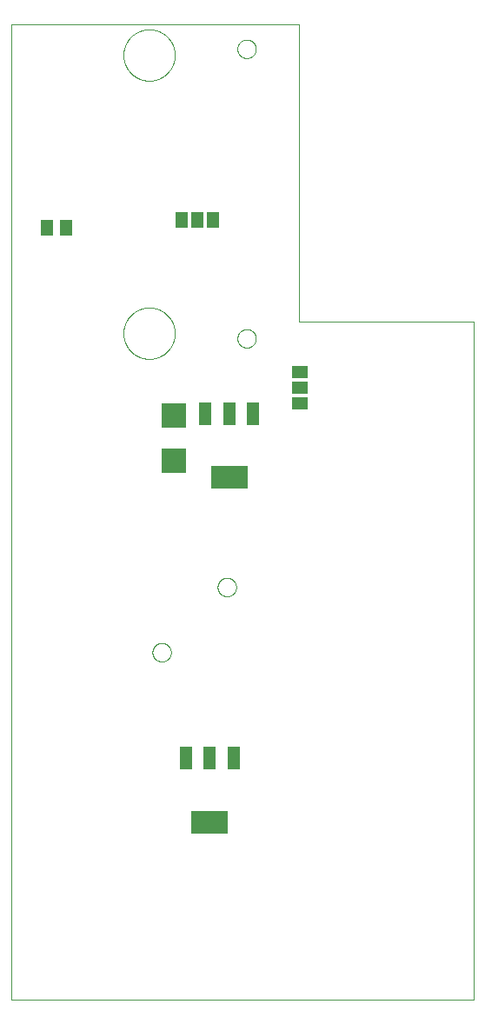
<source format=gtp>
G75*
%MOIN*%
%OFA0B0*%
%FSLAX25Y25*%
%IPPOS*%
%LPD*%
%AMOC8*
5,1,8,0,0,1.08239X$1,22.5*
%
%ADD10C,0.00000*%
%ADD11R,0.04799X0.08799*%
%ADD12R,0.14173X0.08661*%
%ADD13R,0.09449X0.09449*%
%ADD14R,0.06300X0.04600*%
%ADD15R,0.04600X0.06300*%
%ADD16R,0.05118X0.06299*%
D10*
X0001406Y0008882D02*
X0001406Y0382898D01*
X0111643Y0382898D01*
X0111643Y0268725D01*
X0178572Y0268725D01*
X0178572Y0008882D01*
X0001406Y0008882D01*
X0055435Y0142051D02*
X0055437Y0142170D01*
X0055443Y0142288D01*
X0055453Y0142406D01*
X0055467Y0142524D01*
X0055484Y0142641D01*
X0055506Y0142758D01*
X0055532Y0142874D01*
X0055561Y0142989D01*
X0055594Y0143103D01*
X0055631Y0143215D01*
X0055672Y0143327D01*
X0055717Y0143437D01*
X0055765Y0143545D01*
X0055817Y0143652D01*
X0055872Y0143757D01*
X0055931Y0143860D01*
X0055993Y0143961D01*
X0056058Y0144060D01*
X0056127Y0144157D01*
X0056199Y0144251D01*
X0056274Y0144343D01*
X0056352Y0144432D01*
X0056433Y0144519D01*
X0056517Y0144603D01*
X0056604Y0144684D01*
X0056693Y0144762D01*
X0056785Y0144837D01*
X0056879Y0144909D01*
X0056976Y0144978D01*
X0057075Y0145043D01*
X0057176Y0145105D01*
X0057279Y0145164D01*
X0057384Y0145219D01*
X0057491Y0145271D01*
X0057599Y0145319D01*
X0057709Y0145364D01*
X0057821Y0145405D01*
X0057933Y0145442D01*
X0058047Y0145475D01*
X0058162Y0145504D01*
X0058278Y0145530D01*
X0058395Y0145552D01*
X0058512Y0145569D01*
X0058630Y0145583D01*
X0058748Y0145593D01*
X0058866Y0145599D01*
X0058985Y0145601D01*
X0059104Y0145599D01*
X0059222Y0145593D01*
X0059340Y0145583D01*
X0059458Y0145569D01*
X0059575Y0145552D01*
X0059692Y0145530D01*
X0059808Y0145504D01*
X0059923Y0145475D01*
X0060037Y0145442D01*
X0060149Y0145405D01*
X0060261Y0145364D01*
X0060371Y0145319D01*
X0060479Y0145271D01*
X0060586Y0145219D01*
X0060691Y0145164D01*
X0060794Y0145105D01*
X0060895Y0145043D01*
X0060994Y0144978D01*
X0061091Y0144909D01*
X0061185Y0144837D01*
X0061277Y0144762D01*
X0061366Y0144684D01*
X0061453Y0144603D01*
X0061537Y0144519D01*
X0061618Y0144432D01*
X0061696Y0144343D01*
X0061771Y0144251D01*
X0061843Y0144157D01*
X0061912Y0144060D01*
X0061977Y0143961D01*
X0062039Y0143860D01*
X0062098Y0143757D01*
X0062153Y0143652D01*
X0062205Y0143545D01*
X0062253Y0143437D01*
X0062298Y0143327D01*
X0062339Y0143215D01*
X0062376Y0143103D01*
X0062409Y0142989D01*
X0062438Y0142874D01*
X0062464Y0142758D01*
X0062486Y0142641D01*
X0062503Y0142524D01*
X0062517Y0142406D01*
X0062527Y0142288D01*
X0062533Y0142170D01*
X0062535Y0142051D01*
X0062533Y0141932D01*
X0062527Y0141814D01*
X0062517Y0141696D01*
X0062503Y0141578D01*
X0062486Y0141461D01*
X0062464Y0141344D01*
X0062438Y0141228D01*
X0062409Y0141113D01*
X0062376Y0140999D01*
X0062339Y0140887D01*
X0062298Y0140775D01*
X0062253Y0140665D01*
X0062205Y0140557D01*
X0062153Y0140450D01*
X0062098Y0140345D01*
X0062039Y0140242D01*
X0061977Y0140141D01*
X0061912Y0140042D01*
X0061843Y0139945D01*
X0061771Y0139851D01*
X0061696Y0139759D01*
X0061618Y0139670D01*
X0061537Y0139583D01*
X0061453Y0139499D01*
X0061366Y0139418D01*
X0061277Y0139340D01*
X0061185Y0139265D01*
X0061091Y0139193D01*
X0060994Y0139124D01*
X0060895Y0139059D01*
X0060794Y0138997D01*
X0060691Y0138938D01*
X0060586Y0138883D01*
X0060479Y0138831D01*
X0060371Y0138783D01*
X0060261Y0138738D01*
X0060149Y0138697D01*
X0060037Y0138660D01*
X0059923Y0138627D01*
X0059808Y0138598D01*
X0059692Y0138572D01*
X0059575Y0138550D01*
X0059458Y0138533D01*
X0059340Y0138519D01*
X0059222Y0138509D01*
X0059104Y0138503D01*
X0058985Y0138501D01*
X0058866Y0138503D01*
X0058748Y0138509D01*
X0058630Y0138519D01*
X0058512Y0138533D01*
X0058395Y0138550D01*
X0058278Y0138572D01*
X0058162Y0138598D01*
X0058047Y0138627D01*
X0057933Y0138660D01*
X0057821Y0138697D01*
X0057709Y0138738D01*
X0057599Y0138783D01*
X0057491Y0138831D01*
X0057384Y0138883D01*
X0057279Y0138938D01*
X0057176Y0138997D01*
X0057075Y0139059D01*
X0056976Y0139124D01*
X0056879Y0139193D01*
X0056785Y0139265D01*
X0056693Y0139340D01*
X0056604Y0139418D01*
X0056517Y0139499D01*
X0056433Y0139583D01*
X0056352Y0139670D01*
X0056274Y0139759D01*
X0056199Y0139851D01*
X0056127Y0139945D01*
X0056058Y0140042D01*
X0055993Y0140141D01*
X0055931Y0140242D01*
X0055872Y0140345D01*
X0055817Y0140450D01*
X0055765Y0140557D01*
X0055717Y0140665D01*
X0055672Y0140775D01*
X0055631Y0140887D01*
X0055594Y0140999D01*
X0055561Y0141113D01*
X0055532Y0141228D01*
X0055506Y0141344D01*
X0055484Y0141461D01*
X0055467Y0141578D01*
X0055453Y0141696D01*
X0055443Y0141814D01*
X0055437Y0141932D01*
X0055435Y0142051D01*
X0080435Y0167051D02*
X0080437Y0167170D01*
X0080443Y0167288D01*
X0080453Y0167406D01*
X0080467Y0167524D01*
X0080484Y0167641D01*
X0080506Y0167758D01*
X0080532Y0167874D01*
X0080561Y0167989D01*
X0080594Y0168103D01*
X0080631Y0168215D01*
X0080672Y0168327D01*
X0080717Y0168437D01*
X0080765Y0168545D01*
X0080817Y0168652D01*
X0080872Y0168757D01*
X0080931Y0168860D01*
X0080993Y0168961D01*
X0081058Y0169060D01*
X0081127Y0169157D01*
X0081199Y0169251D01*
X0081274Y0169343D01*
X0081352Y0169432D01*
X0081433Y0169519D01*
X0081517Y0169603D01*
X0081604Y0169684D01*
X0081693Y0169762D01*
X0081785Y0169837D01*
X0081879Y0169909D01*
X0081976Y0169978D01*
X0082075Y0170043D01*
X0082176Y0170105D01*
X0082279Y0170164D01*
X0082384Y0170219D01*
X0082491Y0170271D01*
X0082599Y0170319D01*
X0082709Y0170364D01*
X0082821Y0170405D01*
X0082933Y0170442D01*
X0083047Y0170475D01*
X0083162Y0170504D01*
X0083278Y0170530D01*
X0083395Y0170552D01*
X0083512Y0170569D01*
X0083630Y0170583D01*
X0083748Y0170593D01*
X0083866Y0170599D01*
X0083985Y0170601D01*
X0084104Y0170599D01*
X0084222Y0170593D01*
X0084340Y0170583D01*
X0084458Y0170569D01*
X0084575Y0170552D01*
X0084692Y0170530D01*
X0084808Y0170504D01*
X0084923Y0170475D01*
X0085037Y0170442D01*
X0085149Y0170405D01*
X0085261Y0170364D01*
X0085371Y0170319D01*
X0085479Y0170271D01*
X0085586Y0170219D01*
X0085691Y0170164D01*
X0085794Y0170105D01*
X0085895Y0170043D01*
X0085994Y0169978D01*
X0086091Y0169909D01*
X0086185Y0169837D01*
X0086277Y0169762D01*
X0086366Y0169684D01*
X0086453Y0169603D01*
X0086537Y0169519D01*
X0086618Y0169432D01*
X0086696Y0169343D01*
X0086771Y0169251D01*
X0086843Y0169157D01*
X0086912Y0169060D01*
X0086977Y0168961D01*
X0087039Y0168860D01*
X0087098Y0168757D01*
X0087153Y0168652D01*
X0087205Y0168545D01*
X0087253Y0168437D01*
X0087298Y0168327D01*
X0087339Y0168215D01*
X0087376Y0168103D01*
X0087409Y0167989D01*
X0087438Y0167874D01*
X0087464Y0167758D01*
X0087486Y0167641D01*
X0087503Y0167524D01*
X0087517Y0167406D01*
X0087527Y0167288D01*
X0087533Y0167170D01*
X0087535Y0167051D01*
X0087533Y0166932D01*
X0087527Y0166814D01*
X0087517Y0166696D01*
X0087503Y0166578D01*
X0087486Y0166461D01*
X0087464Y0166344D01*
X0087438Y0166228D01*
X0087409Y0166113D01*
X0087376Y0165999D01*
X0087339Y0165887D01*
X0087298Y0165775D01*
X0087253Y0165665D01*
X0087205Y0165557D01*
X0087153Y0165450D01*
X0087098Y0165345D01*
X0087039Y0165242D01*
X0086977Y0165141D01*
X0086912Y0165042D01*
X0086843Y0164945D01*
X0086771Y0164851D01*
X0086696Y0164759D01*
X0086618Y0164670D01*
X0086537Y0164583D01*
X0086453Y0164499D01*
X0086366Y0164418D01*
X0086277Y0164340D01*
X0086185Y0164265D01*
X0086091Y0164193D01*
X0085994Y0164124D01*
X0085895Y0164059D01*
X0085794Y0163997D01*
X0085691Y0163938D01*
X0085586Y0163883D01*
X0085479Y0163831D01*
X0085371Y0163783D01*
X0085261Y0163738D01*
X0085149Y0163697D01*
X0085037Y0163660D01*
X0084923Y0163627D01*
X0084808Y0163598D01*
X0084692Y0163572D01*
X0084575Y0163550D01*
X0084458Y0163533D01*
X0084340Y0163519D01*
X0084222Y0163509D01*
X0084104Y0163503D01*
X0083985Y0163501D01*
X0083866Y0163503D01*
X0083748Y0163509D01*
X0083630Y0163519D01*
X0083512Y0163533D01*
X0083395Y0163550D01*
X0083278Y0163572D01*
X0083162Y0163598D01*
X0083047Y0163627D01*
X0082933Y0163660D01*
X0082821Y0163697D01*
X0082709Y0163738D01*
X0082599Y0163783D01*
X0082491Y0163831D01*
X0082384Y0163883D01*
X0082279Y0163938D01*
X0082176Y0163997D01*
X0082075Y0164059D01*
X0081976Y0164124D01*
X0081879Y0164193D01*
X0081785Y0164265D01*
X0081693Y0164340D01*
X0081604Y0164418D01*
X0081517Y0164499D01*
X0081433Y0164583D01*
X0081352Y0164670D01*
X0081274Y0164759D01*
X0081199Y0164851D01*
X0081127Y0164945D01*
X0081058Y0165042D01*
X0080993Y0165141D01*
X0080931Y0165242D01*
X0080872Y0165345D01*
X0080817Y0165450D01*
X0080765Y0165557D01*
X0080717Y0165665D01*
X0080672Y0165775D01*
X0080631Y0165887D01*
X0080594Y0165999D01*
X0080561Y0166113D01*
X0080532Y0166228D01*
X0080506Y0166344D01*
X0080484Y0166461D01*
X0080467Y0166578D01*
X0080453Y0166696D01*
X0080443Y0166814D01*
X0080437Y0166932D01*
X0080435Y0167051D01*
X0088021Y0262425D02*
X0088023Y0262543D01*
X0088029Y0262662D01*
X0088039Y0262780D01*
X0088053Y0262897D01*
X0088070Y0263014D01*
X0088092Y0263131D01*
X0088118Y0263246D01*
X0088147Y0263361D01*
X0088180Y0263475D01*
X0088217Y0263587D01*
X0088258Y0263698D01*
X0088302Y0263808D01*
X0088350Y0263916D01*
X0088402Y0264023D01*
X0088457Y0264128D01*
X0088516Y0264231D01*
X0088578Y0264331D01*
X0088643Y0264430D01*
X0088712Y0264527D01*
X0088783Y0264621D01*
X0088858Y0264712D01*
X0088936Y0264802D01*
X0089017Y0264888D01*
X0089101Y0264972D01*
X0089187Y0265053D01*
X0089277Y0265131D01*
X0089368Y0265206D01*
X0089462Y0265277D01*
X0089559Y0265346D01*
X0089658Y0265411D01*
X0089758Y0265473D01*
X0089861Y0265532D01*
X0089966Y0265587D01*
X0090073Y0265639D01*
X0090181Y0265687D01*
X0090291Y0265731D01*
X0090402Y0265772D01*
X0090514Y0265809D01*
X0090628Y0265842D01*
X0090743Y0265871D01*
X0090858Y0265897D01*
X0090975Y0265919D01*
X0091092Y0265936D01*
X0091209Y0265950D01*
X0091327Y0265960D01*
X0091446Y0265966D01*
X0091564Y0265968D01*
X0091682Y0265966D01*
X0091801Y0265960D01*
X0091919Y0265950D01*
X0092036Y0265936D01*
X0092153Y0265919D01*
X0092270Y0265897D01*
X0092385Y0265871D01*
X0092500Y0265842D01*
X0092614Y0265809D01*
X0092726Y0265772D01*
X0092837Y0265731D01*
X0092947Y0265687D01*
X0093055Y0265639D01*
X0093162Y0265587D01*
X0093267Y0265532D01*
X0093370Y0265473D01*
X0093470Y0265411D01*
X0093569Y0265346D01*
X0093666Y0265277D01*
X0093760Y0265206D01*
X0093851Y0265131D01*
X0093941Y0265053D01*
X0094027Y0264972D01*
X0094111Y0264888D01*
X0094192Y0264802D01*
X0094270Y0264712D01*
X0094345Y0264621D01*
X0094416Y0264527D01*
X0094485Y0264430D01*
X0094550Y0264331D01*
X0094612Y0264231D01*
X0094671Y0264128D01*
X0094726Y0264023D01*
X0094778Y0263916D01*
X0094826Y0263808D01*
X0094870Y0263698D01*
X0094911Y0263587D01*
X0094948Y0263475D01*
X0094981Y0263361D01*
X0095010Y0263246D01*
X0095036Y0263131D01*
X0095058Y0263014D01*
X0095075Y0262897D01*
X0095089Y0262780D01*
X0095099Y0262662D01*
X0095105Y0262543D01*
X0095107Y0262425D01*
X0095105Y0262307D01*
X0095099Y0262188D01*
X0095089Y0262070D01*
X0095075Y0261953D01*
X0095058Y0261836D01*
X0095036Y0261719D01*
X0095010Y0261604D01*
X0094981Y0261489D01*
X0094948Y0261375D01*
X0094911Y0261263D01*
X0094870Y0261152D01*
X0094826Y0261042D01*
X0094778Y0260934D01*
X0094726Y0260827D01*
X0094671Y0260722D01*
X0094612Y0260619D01*
X0094550Y0260519D01*
X0094485Y0260420D01*
X0094416Y0260323D01*
X0094345Y0260229D01*
X0094270Y0260138D01*
X0094192Y0260048D01*
X0094111Y0259962D01*
X0094027Y0259878D01*
X0093941Y0259797D01*
X0093851Y0259719D01*
X0093760Y0259644D01*
X0093666Y0259573D01*
X0093569Y0259504D01*
X0093470Y0259439D01*
X0093370Y0259377D01*
X0093267Y0259318D01*
X0093162Y0259263D01*
X0093055Y0259211D01*
X0092947Y0259163D01*
X0092837Y0259119D01*
X0092726Y0259078D01*
X0092614Y0259041D01*
X0092500Y0259008D01*
X0092385Y0258979D01*
X0092270Y0258953D01*
X0092153Y0258931D01*
X0092036Y0258914D01*
X0091919Y0258900D01*
X0091801Y0258890D01*
X0091682Y0258884D01*
X0091564Y0258882D01*
X0091446Y0258884D01*
X0091327Y0258890D01*
X0091209Y0258900D01*
X0091092Y0258914D01*
X0090975Y0258931D01*
X0090858Y0258953D01*
X0090743Y0258979D01*
X0090628Y0259008D01*
X0090514Y0259041D01*
X0090402Y0259078D01*
X0090291Y0259119D01*
X0090181Y0259163D01*
X0090073Y0259211D01*
X0089966Y0259263D01*
X0089861Y0259318D01*
X0089758Y0259377D01*
X0089658Y0259439D01*
X0089559Y0259504D01*
X0089462Y0259573D01*
X0089368Y0259644D01*
X0089277Y0259719D01*
X0089187Y0259797D01*
X0089101Y0259878D01*
X0089017Y0259962D01*
X0088936Y0260048D01*
X0088858Y0260138D01*
X0088783Y0260229D01*
X0088712Y0260323D01*
X0088643Y0260420D01*
X0088578Y0260519D01*
X0088516Y0260619D01*
X0088457Y0260722D01*
X0088402Y0260827D01*
X0088350Y0260934D01*
X0088302Y0261042D01*
X0088258Y0261152D01*
X0088217Y0261263D01*
X0088180Y0261375D01*
X0088147Y0261489D01*
X0088118Y0261604D01*
X0088092Y0261719D01*
X0088070Y0261836D01*
X0088053Y0261953D01*
X0088039Y0262070D01*
X0088029Y0262188D01*
X0088023Y0262307D01*
X0088021Y0262425D01*
X0044319Y0264394D02*
X0044322Y0264636D01*
X0044331Y0264877D01*
X0044346Y0265118D01*
X0044366Y0265359D01*
X0044393Y0265599D01*
X0044426Y0265838D01*
X0044464Y0266077D01*
X0044508Y0266314D01*
X0044558Y0266551D01*
X0044614Y0266786D01*
X0044676Y0267019D01*
X0044743Y0267251D01*
X0044816Y0267482D01*
X0044894Y0267710D01*
X0044979Y0267936D01*
X0045068Y0268161D01*
X0045163Y0268383D01*
X0045264Y0268602D01*
X0045370Y0268820D01*
X0045481Y0269034D01*
X0045598Y0269246D01*
X0045719Y0269454D01*
X0045846Y0269660D01*
X0045978Y0269862D01*
X0046115Y0270062D01*
X0046256Y0270257D01*
X0046402Y0270450D01*
X0046553Y0270638D01*
X0046709Y0270823D01*
X0046869Y0271004D01*
X0047033Y0271181D01*
X0047202Y0271354D01*
X0047375Y0271523D01*
X0047552Y0271687D01*
X0047733Y0271847D01*
X0047918Y0272003D01*
X0048106Y0272154D01*
X0048299Y0272300D01*
X0048494Y0272441D01*
X0048694Y0272578D01*
X0048896Y0272710D01*
X0049102Y0272837D01*
X0049310Y0272958D01*
X0049522Y0273075D01*
X0049736Y0273186D01*
X0049954Y0273292D01*
X0050173Y0273393D01*
X0050395Y0273488D01*
X0050620Y0273577D01*
X0050846Y0273662D01*
X0051074Y0273740D01*
X0051305Y0273813D01*
X0051537Y0273880D01*
X0051770Y0273942D01*
X0052005Y0273998D01*
X0052242Y0274048D01*
X0052479Y0274092D01*
X0052718Y0274130D01*
X0052957Y0274163D01*
X0053197Y0274190D01*
X0053438Y0274210D01*
X0053679Y0274225D01*
X0053920Y0274234D01*
X0054162Y0274237D01*
X0054404Y0274234D01*
X0054645Y0274225D01*
X0054886Y0274210D01*
X0055127Y0274190D01*
X0055367Y0274163D01*
X0055606Y0274130D01*
X0055845Y0274092D01*
X0056082Y0274048D01*
X0056319Y0273998D01*
X0056554Y0273942D01*
X0056787Y0273880D01*
X0057019Y0273813D01*
X0057250Y0273740D01*
X0057478Y0273662D01*
X0057704Y0273577D01*
X0057929Y0273488D01*
X0058151Y0273393D01*
X0058370Y0273292D01*
X0058588Y0273186D01*
X0058802Y0273075D01*
X0059014Y0272958D01*
X0059222Y0272837D01*
X0059428Y0272710D01*
X0059630Y0272578D01*
X0059830Y0272441D01*
X0060025Y0272300D01*
X0060218Y0272154D01*
X0060406Y0272003D01*
X0060591Y0271847D01*
X0060772Y0271687D01*
X0060949Y0271523D01*
X0061122Y0271354D01*
X0061291Y0271181D01*
X0061455Y0271004D01*
X0061615Y0270823D01*
X0061771Y0270638D01*
X0061922Y0270450D01*
X0062068Y0270257D01*
X0062209Y0270062D01*
X0062346Y0269862D01*
X0062478Y0269660D01*
X0062605Y0269454D01*
X0062726Y0269246D01*
X0062843Y0269034D01*
X0062954Y0268820D01*
X0063060Y0268602D01*
X0063161Y0268383D01*
X0063256Y0268161D01*
X0063345Y0267936D01*
X0063430Y0267710D01*
X0063508Y0267482D01*
X0063581Y0267251D01*
X0063648Y0267019D01*
X0063710Y0266786D01*
X0063766Y0266551D01*
X0063816Y0266314D01*
X0063860Y0266077D01*
X0063898Y0265838D01*
X0063931Y0265599D01*
X0063958Y0265359D01*
X0063978Y0265118D01*
X0063993Y0264877D01*
X0064002Y0264636D01*
X0064005Y0264394D01*
X0064002Y0264152D01*
X0063993Y0263911D01*
X0063978Y0263670D01*
X0063958Y0263429D01*
X0063931Y0263189D01*
X0063898Y0262950D01*
X0063860Y0262711D01*
X0063816Y0262474D01*
X0063766Y0262237D01*
X0063710Y0262002D01*
X0063648Y0261769D01*
X0063581Y0261537D01*
X0063508Y0261306D01*
X0063430Y0261078D01*
X0063345Y0260852D01*
X0063256Y0260627D01*
X0063161Y0260405D01*
X0063060Y0260186D01*
X0062954Y0259968D01*
X0062843Y0259754D01*
X0062726Y0259542D01*
X0062605Y0259334D01*
X0062478Y0259128D01*
X0062346Y0258926D01*
X0062209Y0258726D01*
X0062068Y0258531D01*
X0061922Y0258338D01*
X0061771Y0258150D01*
X0061615Y0257965D01*
X0061455Y0257784D01*
X0061291Y0257607D01*
X0061122Y0257434D01*
X0060949Y0257265D01*
X0060772Y0257101D01*
X0060591Y0256941D01*
X0060406Y0256785D01*
X0060218Y0256634D01*
X0060025Y0256488D01*
X0059830Y0256347D01*
X0059630Y0256210D01*
X0059428Y0256078D01*
X0059222Y0255951D01*
X0059014Y0255830D01*
X0058802Y0255713D01*
X0058588Y0255602D01*
X0058370Y0255496D01*
X0058151Y0255395D01*
X0057929Y0255300D01*
X0057704Y0255211D01*
X0057478Y0255126D01*
X0057250Y0255048D01*
X0057019Y0254975D01*
X0056787Y0254908D01*
X0056554Y0254846D01*
X0056319Y0254790D01*
X0056082Y0254740D01*
X0055845Y0254696D01*
X0055606Y0254658D01*
X0055367Y0254625D01*
X0055127Y0254598D01*
X0054886Y0254578D01*
X0054645Y0254563D01*
X0054404Y0254554D01*
X0054162Y0254551D01*
X0053920Y0254554D01*
X0053679Y0254563D01*
X0053438Y0254578D01*
X0053197Y0254598D01*
X0052957Y0254625D01*
X0052718Y0254658D01*
X0052479Y0254696D01*
X0052242Y0254740D01*
X0052005Y0254790D01*
X0051770Y0254846D01*
X0051537Y0254908D01*
X0051305Y0254975D01*
X0051074Y0255048D01*
X0050846Y0255126D01*
X0050620Y0255211D01*
X0050395Y0255300D01*
X0050173Y0255395D01*
X0049954Y0255496D01*
X0049736Y0255602D01*
X0049522Y0255713D01*
X0049310Y0255830D01*
X0049102Y0255951D01*
X0048896Y0256078D01*
X0048694Y0256210D01*
X0048494Y0256347D01*
X0048299Y0256488D01*
X0048106Y0256634D01*
X0047918Y0256785D01*
X0047733Y0256941D01*
X0047552Y0257101D01*
X0047375Y0257265D01*
X0047202Y0257434D01*
X0047033Y0257607D01*
X0046869Y0257784D01*
X0046709Y0257965D01*
X0046553Y0258150D01*
X0046402Y0258338D01*
X0046256Y0258531D01*
X0046115Y0258726D01*
X0045978Y0258926D01*
X0045846Y0259128D01*
X0045719Y0259334D01*
X0045598Y0259542D01*
X0045481Y0259754D01*
X0045370Y0259968D01*
X0045264Y0260186D01*
X0045163Y0260405D01*
X0045068Y0260627D01*
X0044979Y0260852D01*
X0044894Y0261078D01*
X0044816Y0261306D01*
X0044743Y0261537D01*
X0044676Y0261769D01*
X0044614Y0262002D01*
X0044558Y0262237D01*
X0044508Y0262474D01*
X0044464Y0262711D01*
X0044426Y0262950D01*
X0044393Y0263189D01*
X0044366Y0263429D01*
X0044346Y0263670D01*
X0044331Y0263911D01*
X0044322Y0264152D01*
X0044319Y0264394D01*
X0044319Y0371087D02*
X0044322Y0371329D01*
X0044331Y0371570D01*
X0044346Y0371811D01*
X0044366Y0372052D01*
X0044393Y0372292D01*
X0044426Y0372531D01*
X0044464Y0372770D01*
X0044508Y0373007D01*
X0044558Y0373244D01*
X0044614Y0373479D01*
X0044676Y0373712D01*
X0044743Y0373944D01*
X0044816Y0374175D01*
X0044894Y0374403D01*
X0044979Y0374629D01*
X0045068Y0374854D01*
X0045163Y0375076D01*
X0045264Y0375295D01*
X0045370Y0375513D01*
X0045481Y0375727D01*
X0045598Y0375939D01*
X0045719Y0376147D01*
X0045846Y0376353D01*
X0045978Y0376555D01*
X0046115Y0376755D01*
X0046256Y0376950D01*
X0046402Y0377143D01*
X0046553Y0377331D01*
X0046709Y0377516D01*
X0046869Y0377697D01*
X0047033Y0377874D01*
X0047202Y0378047D01*
X0047375Y0378216D01*
X0047552Y0378380D01*
X0047733Y0378540D01*
X0047918Y0378696D01*
X0048106Y0378847D01*
X0048299Y0378993D01*
X0048494Y0379134D01*
X0048694Y0379271D01*
X0048896Y0379403D01*
X0049102Y0379530D01*
X0049310Y0379651D01*
X0049522Y0379768D01*
X0049736Y0379879D01*
X0049954Y0379985D01*
X0050173Y0380086D01*
X0050395Y0380181D01*
X0050620Y0380270D01*
X0050846Y0380355D01*
X0051074Y0380433D01*
X0051305Y0380506D01*
X0051537Y0380573D01*
X0051770Y0380635D01*
X0052005Y0380691D01*
X0052242Y0380741D01*
X0052479Y0380785D01*
X0052718Y0380823D01*
X0052957Y0380856D01*
X0053197Y0380883D01*
X0053438Y0380903D01*
X0053679Y0380918D01*
X0053920Y0380927D01*
X0054162Y0380930D01*
X0054404Y0380927D01*
X0054645Y0380918D01*
X0054886Y0380903D01*
X0055127Y0380883D01*
X0055367Y0380856D01*
X0055606Y0380823D01*
X0055845Y0380785D01*
X0056082Y0380741D01*
X0056319Y0380691D01*
X0056554Y0380635D01*
X0056787Y0380573D01*
X0057019Y0380506D01*
X0057250Y0380433D01*
X0057478Y0380355D01*
X0057704Y0380270D01*
X0057929Y0380181D01*
X0058151Y0380086D01*
X0058370Y0379985D01*
X0058588Y0379879D01*
X0058802Y0379768D01*
X0059014Y0379651D01*
X0059222Y0379530D01*
X0059428Y0379403D01*
X0059630Y0379271D01*
X0059830Y0379134D01*
X0060025Y0378993D01*
X0060218Y0378847D01*
X0060406Y0378696D01*
X0060591Y0378540D01*
X0060772Y0378380D01*
X0060949Y0378216D01*
X0061122Y0378047D01*
X0061291Y0377874D01*
X0061455Y0377697D01*
X0061615Y0377516D01*
X0061771Y0377331D01*
X0061922Y0377143D01*
X0062068Y0376950D01*
X0062209Y0376755D01*
X0062346Y0376555D01*
X0062478Y0376353D01*
X0062605Y0376147D01*
X0062726Y0375939D01*
X0062843Y0375727D01*
X0062954Y0375513D01*
X0063060Y0375295D01*
X0063161Y0375076D01*
X0063256Y0374854D01*
X0063345Y0374629D01*
X0063430Y0374403D01*
X0063508Y0374175D01*
X0063581Y0373944D01*
X0063648Y0373712D01*
X0063710Y0373479D01*
X0063766Y0373244D01*
X0063816Y0373007D01*
X0063860Y0372770D01*
X0063898Y0372531D01*
X0063931Y0372292D01*
X0063958Y0372052D01*
X0063978Y0371811D01*
X0063993Y0371570D01*
X0064002Y0371329D01*
X0064005Y0371087D01*
X0064002Y0370845D01*
X0063993Y0370604D01*
X0063978Y0370363D01*
X0063958Y0370122D01*
X0063931Y0369882D01*
X0063898Y0369643D01*
X0063860Y0369404D01*
X0063816Y0369167D01*
X0063766Y0368930D01*
X0063710Y0368695D01*
X0063648Y0368462D01*
X0063581Y0368230D01*
X0063508Y0367999D01*
X0063430Y0367771D01*
X0063345Y0367545D01*
X0063256Y0367320D01*
X0063161Y0367098D01*
X0063060Y0366879D01*
X0062954Y0366661D01*
X0062843Y0366447D01*
X0062726Y0366235D01*
X0062605Y0366027D01*
X0062478Y0365821D01*
X0062346Y0365619D01*
X0062209Y0365419D01*
X0062068Y0365224D01*
X0061922Y0365031D01*
X0061771Y0364843D01*
X0061615Y0364658D01*
X0061455Y0364477D01*
X0061291Y0364300D01*
X0061122Y0364127D01*
X0060949Y0363958D01*
X0060772Y0363794D01*
X0060591Y0363634D01*
X0060406Y0363478D01*
X0060218Y0363327D01*
X0060025Y0363181D01*
X0059830Y0363040D01*
X0059630Y0362903D01*
X0059428Y0362771D01*
X0059222Y0362644D01*
X0059014Y0362523D01*
X0058802Y0362406D01*
X0058588Y0362295D01*
X0058370Y0362189D01*
X0058151Y0362088D01*
X0057929Y0361993D01*
X0057704Y0361904D01*
X0057478Y0361819D01*
X0057250Y0361741D01*
X0057019Y0361668D01*
X0056787Y0361601D01*
X0056554Y0361539D01*
X0056319Y0361483D01*
X0056082Y0361433D01*
X0055845Y0361389D01*
X0055606Y0361351D01*
X0055367Y0361318D01*
X0055127Y0361291D01*
X0054886Y0361271D01*
X0054645Y0361256D01*
X0054404Y0361247D01*
X0054162Y0361244D01*
X0053920Y0361247D01*
X0053679Y0361256D01*
X0053438Y0361271D01*
X0053197Y0361291D01*
X0052957Y0361318D01*
X0052718Y0361351D01*
X0052479Y0361389D01*
X0052242Y0361433D01*
X0052005Y0361483D01*
X0051770Y0361539D01*
X0051537Y0361601D01*
X0051305Y0361668D01*
X0051074Y0361741D01*
X0050846Y0361819D01*
X0050620Y0361904D01*
X0050395Y0361993D01*
X0050173Y0362088D01*
X0049954Y0362189D01*
X0049736Y0362295D01*
X0049522Y0362406D01*
X0049310Y0362523D01*
X0049102Y0362644D01*
X0048896Y0362771D01*
X0048694Y0362903D01*
X0048494Y0363040D01*
X0048299Y0363181D01*
X0048106Y0363327D01*
X0047918Y0363478D01*
X0047733Y0363634D01*
X0047552Y0363794D01*
X0047375Y0363958D01*
X0047202Y0364127D01*
X0047033Y0364300D01*
X0046869Y0364477D01*
X0046709Y0364658D01*
X0046553Y0364843D01*
X0046402Y0365031D01*
X0046256Y0365224D01*
X0046115Y0365419D01*
X0045978Y0365619D01*
X0045846Y0365821D01*
X0045719Y0366027D01*
X0045598Y0366235D01*
X0045481Y0366447D01*
X0045370Y0366661D01*
X0045264Y0366879D01*
X0045163Y0367098D01*
X0045068Y0367320D01*
X0044979Y0367545D01*
X0044894Y0367771D01*
X0044816Y0367999D01*
X0044743Y0368230D01*
X0044676Y0368462D01*
X0044614Y0368695D01*
X0044558Y0368930D01*
X0044508Y0369167D01*
X0044464Y0369404D01*
X0044426Y0369643D01*
X0044393Y0369882D01*
X0044366Y0370122D01*
X0044346Y0370363D01*
X0044331Y0370604D01*
X0044322Y0370845D01*
X0044319Y0371087D01*
X0088021Y0373449D02*
X0088023Y0373567D01*
X0088029Y0373686D01*
X0088039Y0373804D01*
X0088053Y0373921D01*
X0088070Y0374038D01*
X0088092Y0374155D01*
X0088118Y0374270D01*
X0088147Y0374385D01*
X0088180Y0374499D01*
X0088217Y0374611D01*
X0088258Y0374722D01*
X0088302Y0374832D01*
X0088350Y0374940D01*
X0088402Y0375047D01*
X0088457Y0375152D01*
X0088516Y0375255D01*
X0088578Y0375355D01*
X0088643Y0375454D01*
X0088712Y0375551D01*
X0088783Y0375645D01*
X0088858Y0375736D01*
X0088936Y0375826D01*
X0089017Y0375912D01*
X0089101Y0375996D01*
X0089187Y0376077D01*
X0089277Y0376155D01*
X0089368Y0376230D01*
X0089462Y0376301D01*
X0089559Y0376370D01*
X0089658Y0376435D01*
X0089758Y0376497D01*
X0089861Y0376556D01*
X0089966Y0376611D01*
X0090073Y0376663D01*
X0090181Y0376711D01*
X0090291Y0376755D01*
X0090402Y0376796D01*
X0090514Y0376833D01*
X0090628Y0376866D01*
X0090743Y0376895D01*
X0090858Y0376921D01*
X0090975Y0376943D01*
X0091092Y0376960D01*
X0091209Y0376974D01*
X0091327Y0376984D01*
X0091446Y0376990D01*
X0091564Y0376992D01*
X0091682Y0376990D01*
X0091801Y0376984D01*
X0091919Y0376974D01*
X0092036Y0376960D01*
X0092153Y0376943D01*
X0092270Y0376921D01*
X0092385Y0376895D01*
X0092500Y0376866D01*
X0092614Y0376833D01*
X0092726Y0376796D01*
X0092837Y0376755D01*
X0092947Y0376711D01*
X0093055Y0376663D01*
X0093162Y0376611D01*
X0093267Y0376556D01*
X0093370Y0376497D01*
X0093470Y0376435D01*
X0093569Y0376370D01*
X0093666Y0376301D01*
X0093760Y0376230D01*
X0093851Y0376155D01*
X0093941Y0376077D01*
X0094027Y0375996D01*
X0094111Y0375912D01*
X0094192Y0375826D01*
X0094270Y0375736D01*
X0094345Y0375645D01*
X0094416Y0375551D01*
X0094485Y0375454D01*
X0094550Y0375355D01*
X0094612Y0375255D01*
X0094671Y0375152D01*
X0094726Y0375047D01*
X0094778Y0374940D01*
X0094826Y0374832D01*
X0094870Y0374722D01*
X0094911Y0374611D01*
X0094948Y0374499D01*
X0094981Y0374385D01*
X0095010Y0374270D01*
X0095036Y0374155D01*
X0095058Y0374038D01*
X0095075Y0373921D01*
X0095089Y0373804D01*
X0095099Y0373686D01*
X0095105Y0373567D01*
X0095107Y0373449D01*
X0095105Y0373331D01*
X0095099Y0373212D01*
X0095089Y0373094D01*
X0095075Y0372977D01*
X0095058Y0372860D01*
X0095036Y0372743D01*
X0095010Y0372628D01*
X0094981Y0372513D01*
X0094948Y0372399D01*
X0094911Y0372287D01*
X0094870Y0372176D01*
X0094826Y0372066D01*
X0094778Y0371958D01*
X0094726Y0371851D01*
X0094671Y0371746D01*
X0094612Y0371643D01*
X0094550Y0371543D01*
X0094485Y0371444D01*
X0094416Y0371347D01*
X0094345Y0371253D01*
X0094270Y0371162D01*
X0094192Y0371072D01*
X0094111Y0370986D01*
X0094027Y0370902D01*
X0093941Y0370821D01*
X0093851Y0370743D01*
X0093760Y0370668D01*
X0093666Y0370597D01*
X0093569Y0370528D01*
X0093470Y0370463D01*
X0093370Y0370401D01*
X0093267Y0370342D01*
X0093162Y0370287D01*
X0093055Y0370235D01*
X0092947Y0370187D01*
X0092837Y0370143D01*
X0092726Y0370102D01*
X0092614Y0370065D01*
X0092500Y0370032D01*
X0092385Y0370003D01*
X0092270Y0369977D01*
X0092153Y0369955D01*
X0092036Y0369938D01*
X0091919Y0369924D01*
X0091801Y0369914D01*
X0091682Y0369908D01*
X0091564Y0369906D01*
X0091446Y0369908D01*
X0091327Y0369914D01*
X0091209Y0369924D01*
X0091092Y0369938D01*
X0090975Y0369955D01*
X0090858Y0369977D01*
X0090743Y0370003D01*
X0090628Y0370032D01*
X0090514Y0370065D01*
X0090402Y0370102D01*
X0090291Y0370143D01*
X0090181Y0370187D01*
X0090073Y0370235D01*
X0089966Y0370287D01*
X0089861Y0370342D01*
X0089758Y0370401D01*
X0089658Y0370463D01*
X0089559Y0370528D01*
X0089462Y0370597D01*
X0089368Y0370668D01*
X0089277Y0370743D01*
X0089187Y0370821D01*
X0089101Y0370902D01*
X0089017Y0370986D01*
X0088936Y0371072D01*
X0088858Y0371162D01*
X0088783Y0371253D01*
X0088712Y0371347D01*
X0088643Y0371444D01*
X0088578Y0371543D01*
X0088516Y0371643D01*
X0088457Y0371746D01*
X0088402Y0371851D01*
X0088350Y0371958D01*
X0088302Y0372066D01*
X0088258Y0372176D01*
X0088217Y0372287D01*
X0088180Y0372399D01*
X0088147Y0372513D01*
X0088118Y0372628D01*
X0088092Y0372743D01*
X0088070Y0372860D01*
X0088053Y0372977D01*
X0088039Y0373094D01*
X0088029Y0373212D01*
X0088023Y0373331D01*
X0088021Y0373449D01*
D11*
X0084871Y0233681D03*
X0093969Y0233681D03*
X0075772Y0233681D03*
X0077391Y0101398D03*
X0086489Y0101398D03*
X0068292Y0101398D03*
D12*
X0077391Y0076996D03*
X0084871Y0209280D03*
D13*
X0063611Y0215575D03*
X0063611Y0232898D03*
D14*
X0112036Y0237528D03*
X0112036Y0243528D03*
X0112036Y0249528D03*
D15*
X0078666Y0307701D03*
X0072666Y0307701D03*
X0066666Y0307701D03*
D16*
X0022469Y0304945D03*
X0014989Y0304945D03*
M02*

</source>
